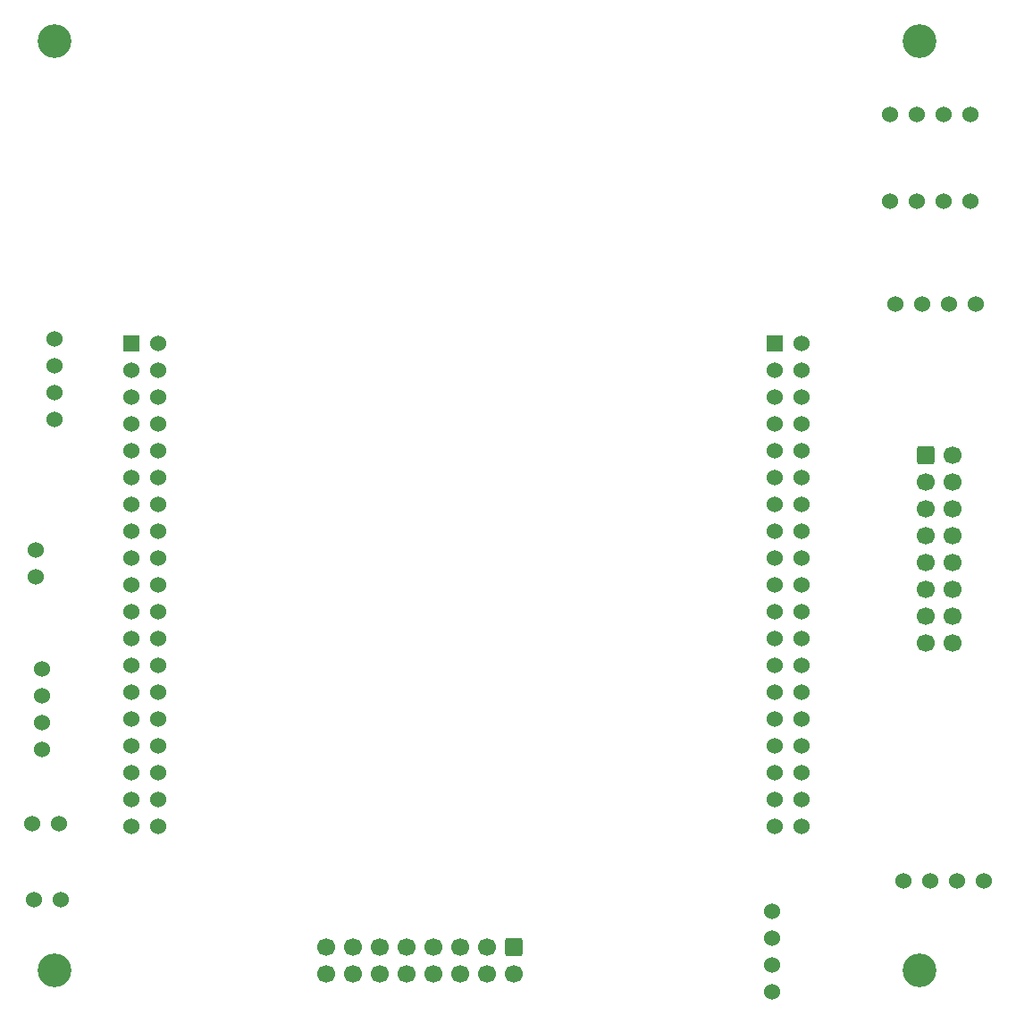
<source format=gbr>
%TF.GenerationSoftware,KiCad,Pcbnew,(6.0.1)*%
%TF.CreationDate,2022-02-03T23:43:58+01:00*%
%TF.ProjectId,CartePrincipaleR1,43617274-6550-4726-996e-636970616c65,rev?*%
%TF.SameCoordinates,Original*%
%TF.FileFunction,Soldermask,Bot*%
%TF.FilePolarity,Negative*%
%FSLAX46Y46*%
G04 Gerber Fmt 4.6, Leading zero omitted, Abs format (unit mm)*
G04 Created by KiCad (PCBNEW (6.0.1)) date 2022-02-03 23:43:58*
%MOMM*%
%LPD*%
G01*
G04 APERTURE LIST*
G04 Aperture macros list*
%AMRoundRect*
0 Rectangle with rounded corners*
0 $1 Rounding radius*
0 $2 $3 $4 $5 $6 $7 $8 $9 X,Y pos of 4 corners*
0 Add a 4 corners polygon primitive as box body*
4,1,4,$2,$3,$4,$5,$6,$7,$8,$9,$2,$3,0*
0 Add four circle primitives for the rounded corners*
1,1,$1+$1,$2,$3*
1,1,$1+$1,$4,$5*
1,1,$1+$1,$6,$7*
1,1,$1+$1,$8,$9*
0 Add four rect primitives between the rounded corners*
20,1,$1+$1,$2,$3,$4,$5,0*
20,1,$1+$1,$4,$5,$6,$7,0*
20,1,$1+$1,$6,$7,$8,$9,0*
20,1,$1+$1,$8,$9,$2,$3,0*%
G04 Aperture macros list end*
%ADD10C,1.524000*%
%ADD11C,3.200000*%
%ADD12R,1.530000X1.530000*%
%ADD13C,1.530000*%
%ADD14RoundRect,0.250000X-0.600000X0.600000X-0.600000X-0.600000X0.600000X-0.600000X0.600000X0.600000X0*%
%ADD15C,1.700000*%
%ADD16RoundRect,0.250000X-0.600000X-0.600000X0.600000X-0.600000X0.600000X0.600000X-0.600000X0.600000X0*%
G04 APERTURE END LIST*
D10*
%TO.C,UART-X-BEE*%
X151110000Y-120500000D03*
X148570000Y-120500000D03*
X146030000Y-120500000D03*
X143490000Y-120500000D03*
%TD*%
%TO.C,Pression2*%
X142190000Y-56200000D03*
X144730000Y-56200000D03*
X147270000Y-56200000D03*
X149810000Y-56200000D03*
%TD*%
D11*
%TO.C,REF\u002A\u002A*%
X145000000Y-129000000D03*
%TD*%
D10*
%TO.C,I2C1*%
X149810000Y-48000000D03*
X147270000Y-48000000D03*
X144730000Y-48000000D03*
X142190000Y-48000000D03*
%TD*%
D11*
%TO.C,REF\u002A\u002A*%
X63000000Y-41000000D03*
%TD*%
D10*
%TO.C,Display*%
X63000000Y-76810000D03*
X63000000Y-74270000D03*
X63000000Y-71730000D03*
X63000000Y-69190000D03*
%TD*%
%TO.C,Pression1*%
X142700000Y-65900000D03*
X145240000Y-65900000D03*
X147780000Y-65900000D03*
X150320000Y-65900000D03*
%TD*%
D12*
%TO.C,Nucl\u00E9o L476RG*%
X70350000Y-69690000D03*
D13*
X72890000Y-69690000D03*
X70350000Y-72230000D03*
X72890000Y-72230000D03*
X70350000Y-74770000D03*
X72890000Y-74770000D03*
X70350000Y-77310000D03*
X72890000Y-77310000D03*
X70350000Y-79850000D03*
X72890000Y-79850000D03*
X70350000Y-82390000D03*
X72890000Y-82390000D03*
X70350000Y-84930000D03*
X72890000Y-84930000D03*
X70350000Y-87470000D03*
X72890000Y-87470000D03*
X70350000Y-90010000D03*
X72890000Y-90010000D03*
X70350000Y-92550000D03*
X72890000Y-92550000D03*
X70350000Y-95090000D03*
X72890000Y-95090000D03*
X70350000Y-97630000D03*
X72890000Y-97630000D03*
X70350000Y-100170000D03*
X72890000Y-100170000D03*
X70350000Y-102710000D03*
X72890000Y-102710000D03*
X70350000Y-105250000D03*
X72890000Y-105250000D03*
X70350000Y-107790000D03*
X72890000Y-107790000D03*
X70350000Y-110330000D03*
X72890000Y-110330000D03*
X70350000Y-112870000D03*
X72890000Y-112870000D03*
X70350000Y-115410000D03*
X72890000Y-115410000D03*
D12*
X131310000Y-69690000D03*
D13*
X133850000Y-69690000D03*
X131310000Y-72230000D03*
X133850000Y-72230000D03*
X131310000Y-74770000D03*
X133850000Y-74770000D03*
X131310000Y-77310000D03*
X133850000Y-77310000D03*
X131310000Y-79850000D03*
X133850000Y-79850000D03*
X131310000Y-82390000D03*
X133850000Y-82390000D03*
X131310000Y-84930000D03*
X133850000Y-84930000D03*
X131310000Y-87470000D03*
X133850000Y-87470000D03*
X131310000Y-90010000D03*
X133850000Y-90010000D03*
X131310000Y-92550000D03*
X133850000Y-92550000D03*
X131310000Y-95090000D03*
X133850000Y-95090000D03*
X131310000Y-97630000D03*
X133850000Y-97630000D03*
X131310000Y-100170000D03*
X133850000Y-100170000D03*
X131310000Y-102710000D03*
X133850000Y-102710000D03*
X131310000Y-105250000D03*
X133850000Y-105250000D03*
X131310000Y-107790000D03*
X133850000Y-107790000D03*
X131310000Y-110330000D03*
X133850000Y-110330000D03*
X131310000Y-112870000D03*
X133850000Y-112870000D03*
X131310000Y-115410000D03*
X133850000Y-115410000D03*
%TD*%
D10*
%TO.C,Resistance*%
X61300000Y-89230000D03*
X61300000Y-91770000D03*
%TD*%
%TO.C,UART-USB*%
X131000000Y-131010000D03*
X131000000Y-128470000D03*
X131000000Y-125930000D03*
X131000000Y-123390000D03*
%TD*%
D11*
%TO.C,REF\u002A\u002A*%
X63000000Y-129000000D03*
%TD*%
D10*
%TO.C,Tirette*%
X63470000Y-115100000D03*
X60930000Y-115100000D03*
%TD*%
D11*
%TO.C,REF\u002A\u002A*%
X145000000Y-41000000D03*
%TD*%
D14*
%TO.C,NappePompe*%
X106600000Y-126800000D03*
D15*
X106600000Y-129340000D03*
X104060000Y-126800000D03*
X104060000Y-129340000D03*
X101520000Y-126800000D03*
X101520000Y-129340000D03*
X98980000Y-126800000D03*
X98980000Y-129340000D03*
X96440000Y-126800000D03*
X96440000Y-129340000D03*
X93900000Y-126800000D03*
X93900000Y-129340000D03*
X91360000Y-126800000D03*
X91360000Y-129340000D03*
X88820000Y-126800000D03*
X88820000Y-129340000D03*
%TD*%
D16*
%TO.C,NappeBaseRoulante*%
X145600000Y-80200000D03*
D15*
X148140000Y-80200000D03*
X145600000Y-82740000D03*
X148140000Y-82740000D03*
X145600000Y-85280000D03*
X148140000Y-85280000D03*
X145600000Y-87820000D03*
X148140000Y-87820000D03*
X145600000Y-90360000D03*
X148140000Y-90360000D03*
X145600000Y-92900000D03*
X148140000Y-92900000D03*
X145600000Y-95440000D03*
X148140000Y-95440000D03*
X145600000Y-97980000D03*
X148140000Y-97980000D03*
%TD*%
D10*
%TO.C,I2C3*%
X61832000Y-100490000D03*
X61832000Y-103030000D03*
X61832000Y-105570000D03*
X61832000Y-108110000D03*
%TD*%
%TO.C,Color*%
X63670000Y-122300000D03*
X61130000Y-122300000D03*
%TD*%
M02*

</source>
